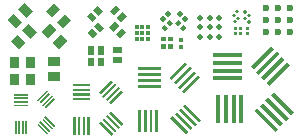
<source format=gbr>
G04 start of page 2 for group 0 idx 0 *
G04 Title: (unknown), top *
G04 Creator: pcb 20110918 *
G04 CreationDate: Mon 17 Dec 2012 05:58:43 AM GMT UTC *
G04 For: pmonta *
G04 Format: Gerber/RS-274X *
G04 PCB-Dimensions: 100000 50000 *
G04 PCB-Coordinate-Origin: lower left *
%MOIN*%
%FSLAX25Y25*%
%LNTOP*%
%ADD19C,0.0118*%
%ADD18C,0.0236*%
%ADD17C,0.0197*%
%ADD16C,0.0158*%
%ADD15R,0.0098X0.0098*%
%ADD14R,0.0197X0.0197*%
%ADD13R,0.0157X0.0157*%
%ADD12R,0.0295X0.0295*%
%ADD11C,0.0001*%
G54D11*G36*
X45669Y5512D02*Y12992D01*
X46654D01*
Y5512D01*
X45669D01*
G37*
G36*
X47638D02*Y12992D01*
X48622D01*
Y5512D01*
X47638D01*
G37*
G36*
X32748Y18782D02*X36924Y22958D01*
X37481Y22401D01*
X33305Y18226D01*
X32748Y18782D01*
G37*
G36*
X36926Y4402D02*X32751Y8577D01*
X33307Y9134D01*
X37483Y4958D01*
X36926Y4402D01*
G37*
G36*
X38040Y5515D02*X33864Y9691D01*
X34421Y10248D01*
X38597Y6072D01*
X38040Y5515D01*
G37*
G36*
X39153Y6629D02*X34978Y10805D01*
X35534Y11361D01*
X39710Y7186D01*
X39153Y6629D01*
G37*
G36*
X40267Y7742D02*X36091Y11918D01*
X36648Y12475D01*
X40824Y8299D01*
X40267Y7742D01*
G37*
G36*
X33862Y17669D02*X38037Y21845D01*
X38594Y21288D01*
X34418Y17112D01*
X33862Y17669D01*
G37*
G36*
X34975Y16555D02*X39151Y20731D01*
X39708Y20174D01*
X35532Y15998D01*
X34975Y16555D01*
G37*
G36*
X36089Y15442D02*X40265Y19617D01*
X40821Y19061D01*
X36646Y14885D01*
X36089Y15442D01*
G37*
G36*
X56285Y23564D02*X61574Y28854D01*
X62270Y28158D01*
X56980Y22868D01*
X56285Y23564D01*
G37*
G36*
X57676Y22172D02*X62966Y27462D01*
X63662Y26766D01*
X58372Y21476D01*
X57676Y22172D01*
G37*
G36*
X59068Y20781D02*X64358Y26070D01*
X65054Y25374D01*
X59764Y20085D01*
X59068Y20781D01*
G37*
G36*
X45866Y27165D02*X53346D01*
Y26181D01*
X45866D01*
Y27165D01*
G37*
G36*
Y25197D02*X53346D01*
Y24213D01*
X45866D01*
Y25197D01*
G37*
G36*
Y23228D02*X53346D01*
Y22244D01*
X45866D01*
Y23228D01*
G37*
G36*
Y21260D02*X53346D01*
Y20276D01*
X45866D01*
Y21260D01*
G37*
G36*
X60460Y19389D02*X65750Y24678D01*
X66446Y23982D01*
X61156Y18693D01*
X60460Y19389D01*
G37*
G36*
X49606Y5512D02*Y12992D01*
X50591D01*
Y5512D01*
X49606D01*
G37*
G36*
X51575D02*Y12992D01*
X52559D01*
Y5512D01*
X51575D01*
G37*
G36*
X61869Y4907D02*X56579Y10196D01*
X57275Y10892D01*
X62565Y5603D01*
X61869Y4907D01*
G37*
G36*
X63261Y6299D02*X57971Y11588D01*
X58667Y12284D01*
X63957Y6994D01*
X63261Y6299D01*
G37*
G36*
X64653Y7690D02*X59363Y12980D01*
X60059Y13676D01*
X65349Y8386D01*
X64653Y7690D01*
G37*
G36*
X66044Y9082D02*X60755Y14372D01*
X61451Y15068D01*
X66740Y9778D01*
X66044Y9082D01*
G37*
G36*
X71850Y8465D02*Y18110D01*
X73228D01*
Y8465D01*
X71850D01*
G37*
G36*
X24016Y21654D02*X29921D01*
Y20866D01*
X24016D01*
Y21654D01*
G37*
G36*
Y20079D02*X29921D01*
Y19291D01*
X24016D01*
Y20079D01*
G37*
G36*
Y18504D02*X29921D01*
Y17717D01*
X24016D01*
Y18504D01*
G37*
G36*
Y16929D02*X29921D01*
Y16142D01*
X24016D01*
Y16929D01*
G37*
G36*
X24213Y4724D02*Y10630D01*
X25000D01*
Y4724D01*
X24213D01*
G37*
G36*
X25787D02*Y10630D01*
X26575D01*
Y4724D01*
X25787D01*
G37*
G36*
X27362D02*Y10630D01*
X28150D01*
Y4724D01*
X27362D01*
G37*
G36*
X28937D02*Y10630D01*
X29724D01*
Y4724D01*
X28937D01*
G37*
G36*
X4528Y18307D02*X9055D01*
Y17717D01*
X4528D01*
Y18307D01*
G37*
G36*
Y17126D02*X9055D01*
Y16535D01*
X4528D01*
Y17126D01*
G37*
G36*
Y15945D02*X9055D01*
Y15354D01*
X4528D01*
Y15945D01*
G37*
G36*
Y14764D02*X9055D01*
Y14173D01*
X4528D01*
Y14764D01*
G37*
G36*
X12083Y16396D02*X15284Y19598D01*
X15702Y19180D01*
X12500Y15979D01*
X12083Y16396D01*
G37*
G36*
X12918Y15561D02*X16120Y18763D01*
X16537Y18345D01*
X13336Y15143D01*
X12918Y15561D01*
G37*
G36*
X13753Y14726D02*X16955Y17927D01*
X17372Y17510D01*
X14171Y14308D01*
X13753Y14726D01*
G37*
G36*
X14588Y13891D02*X17790Y17092D01*
X18207Y16675D01*
X15006Y13473D01*
X14588Y13891D01*
G37*
G36*
X4724Y4921D02*Y9449D01*
X5315D01*
Y4921D01*
X4724D01*
G37*
G36*
X5906D02*Y9449D01*
X6496D01*
Y4921D01*
X5906D01*
G37*
G36*
X7087D02*Y9449D01*
X7677D01*
Y4921D01*
X7087D01*
G37*
G36*
X8268D02*Y9449D01*
X8858D01*
Y4921D01*
X8268D01*
G37*
G36*
X15297Y4799D02*X12095Y8001D01*
X12513Y8419D01*
X15714Y5217D01*
X15297Y4799D01*
G37*
G36*
X16132Y5635D02*X12930Y8836D01*
X13348Y9254D01*
X16549Y6052D01*
X16132Y5635D01*
G37*
G36*
X16967Y6470D02*X13766Y9671D01*
X14183Y10089D01*
X17385Y6887D01*
X16967Y6470D01*
G37*
G36*
X17802Y7305D02*X14601Y10506D01*
X15018Y10924D01*
X18220Y7723D01*
X17802Y7305D01*
G37*
G36*
X70866Y31890D02*X80512D01*
Y30512D01*
X70866D01*
Y31890D01*
G37*
G36*
X83318Y27454D02*X90139Y34274D01*
X91113Y33300D01*
X84293Y26479D01*
X83318Y27454D01*
G37*
G36*
X85128Y25644D02*X91948Y32465D01*
X92923Y31490D01*
X86102Y24670D01*
X85128Y25644D01*
G37*
G36*
X86937Y23835D02*X93758Y30655D01*
X94732Y29681D01*
X87912Y22860D01*
X86937Y23835D01*
G37*
G36*
X88747Y22025D02*X95567Y28846D01*
X96542Y27871D01*
X89721Y21051D01*
X88747Y22025D01*
G37*
G36*
X70866Y29331D02*X80512D01*
Y27953D01*
X70866D01*
Y29331D01*
G37*
G36*
Y26772D02*X80512D01*
Y25394D01*
X70866D01*
Y26772D01*
G37*
G36*
Y24213D02*X80512D01*
Y22835D01*
X70866D01*
Y24213D01*
G37*
G36*
X74409Y8465D02*Y18110D01*
X75787D01*
Y8465D01*
X74409D01*
G37*
G36*
X76968D02*Y18110D01*
X78346D01*
Y8465D01*
X76968D01*
G37*
G36*
X79528D02*Y18110D01*
X80906D01*
Y8465D01*
X79528D01*
G37*
G36*
X91444Y5759D02*X84623Y12580D01*
X85598Y13554D01*
X92418Y6733D01*
X91444Y5759D01*
G37*
G36*
X93254Y7569D02*X86433Y14389D01*
X87407Y15364D01*
X94228Y8543D01*
X93254Y7569D01*
G37*
G36*
X95063Y9378D02*X88243Y16199D01*
X89217Y17173D01*
X96037Y10353D01*
X95063Y9378D01*
G37*
G36*
X96873Y11188D02*X90052Y18008D01*
X91026Y18983D01*
X97847Y12162D01*
X96873Y11188D01*
G37*
G54D12*X4722Y29292D02*Y28308D01*
X9840Y29292D02*Y28308D01*
X4722Y23592D02*Y22608D01*
X9840Y23592D02*Y22608D01*
G54D11*G36*
X4259Y45013D02*X7041Y42231D01*
X4954Y40144D01*
X2172Y42926D01*
X4259Y45013D01*
G37*
G36*
X5556Y38016D02*X8338Y35234D01*
X6251Y33147D01*
X3469Y35929D01*
X5556Y38016D01*
G37*
G36*
X7878Y48632D02*X10660Y45850D01*
X8573Y43763D01*
X5791Y46545D01*
X7878Y48632D01*
G37*
G36*
X9175Y41635D02*X11957Y38853D01*
X9870Y36766D01*
X7088Y39548D01*
X9175Y41635D01*
G37*
G36*
X13822Y39030D02*X16604Y41812D01*
X18691Y39725D01*
X15909Y36943D01*
X13822Y39030D01*
G37*
G36*
X15016Y45833D02*X17798Y48615D01*
X19885Y46528D01*
X17103Y43746D01*
X15016Y45833D01*
G37*
G36*
X18635Y42214D02*X21417Y44996D01*
X23504Y42909D01*
X20722Y40127D01*
X18635Y42214D01*
G37*
G36*
X17441Y35411D02*X20223Y38193D01*
X22310Y36106D01*
X19528Y33324D01*
X17441Y35411D01*
G37*
G54D12*X17225Y24016D02*X18209D01*
X17225Y29134D02*X18209D01*
G54D11*G36*
X53528Y40246D02*X54642Y41360D01*
X55755Y40247D01*
X54641Y39133D01*
X53528Y40246D01*
G37*
G36*
X53081Y43428D02*X54195Y44542D01*
X55308Y43429D01*
X54194Y42315D01*
X53081Y43428D01*
G37*
G54D13*X54331Y36614D02*X54332D01*
X56692D02*X56693D01*
X54251Y34114D02*X54252D01*
X56612D02*X56613D01*
G54D11*G36*
X55197Y41915D02*X56311Y43029D01*
X57424Y41916D01*
X56310Y40802D01*
X55197Y41915D01*
G37*
G36*
X54750Y45097D02*X55864Y46211D01*
X56977Y45098D01*
X55863Y43984D01*
X54750Y45097D01*
G37*
G36*
X59254Y43029D02*X60368Y41915D01*
X59255Y40802D01*
X58141Y41916D01*
X59254Y43029D01*
G37*
G36*
X60923Y41360D02*X62037Y40246D01*
X60924Y39133D01*
X59810Y40247D01*
X60923Y41360D01*
G37*
G36*
X59922Y46173D02*X61036Y45059D01*
X59923Y43946D01*
X58809Y45060D01*
X59922Y46173D01*
G37*
G36*
X61591Y44504D02*X62705Y43390D01*
X61592Y42277D01*
X60478Y43391D01*
X61591Y44504D01*
G37*
G54D13*X60132Y33953D02*Y33952D01*
Y36314D02*Y36313D01*
G54D11*G36*
X36391Y45914D02*X38338Y47862D01*
X39730Y46470D01*
X37782Y44522D01*
X36391Y45914D01*
G37*
G36*
X38617Y43688D02*X40564Y45636D01*
X41956Y44244D01*
X40008Y42296D01*
X38617Y43688D01*
G37*
G36*
X36163Y40509D02*X38110Y42457D01*
X39502Y41065D01*
X37554Y39117D01*
X36163Y40509D01*
G37*
G36*
X38389Y38283D02*X40336Y40231D01*
X41728Y38839D01*
X39780Y36891D01*
X38389Y38283D01*
G37*
G36*
X30363Y40160D02*X32311Y38212D01*
X30919Y36820D01*
X28972Y38768D01*
X30363Y40160D01*
G37*
G36*
X32589Y42386D02*X34537Y40438D01*
X33145Y39046D01*
X31198Y40994D01*
X32589Y42386D01*
G37*
G36*
X30000Y45558D02*X31948Y43610D01*
X30556Y42218D01*
X28609Y44166D01*
X30000Y45558D01*
G37*
G36*
X32226Y47784D02*X34174Y45836D01*
X32782Y44444D01*
X30835Y46392D01*
X32226Y47784D01*
G37*
G54D14*X30180Y29299D02*Y28513D01*
X33328Y29299D02*Y28513D01*
X38583Y29726D02*X39369D01*
X38583Y32874D02*X39369D01*
X30180Y33202D02*Y32416D01*
X33328Y33202D02*Y32416D01*
G54D11*G36*
X80805Y43544D02*X81528Y44267D01*
X82224Y43571D01*
X81501Y42849D01*
X80805Y43544D01*
G37*
G36*
X78030Y43296D02*X78753Y42573D01*
X78057Y41878D01*
X77334Y42600D01*
X78030Y43296D01*
G37*
G36*
X79171Y44437D02*X79894Y43714D01*
X79198Y43019D01*
X78475Y43741D01*
X79171Y44437D01*
G37*
G36*
X77701Y45425D02*X78424Y44702D01*
X77728Y44007D01*
X77005Y44729D01*
X77701Y45425D01*
G37*
G36*
X78842Y46566D02*X79565Y45843D01*
X78869Y45148D01*
X78146Y45870D01*
X78842Y46566D01*
G37*
G36*
X81946Y42403D02*X82669Y43126D01*
X83365Y42430D01*
X82642Y41708D01*
X81946Y42403D01*
G37*
G36*
X82004Y44602D02*X82727Y45325D01*
X83423Y44629D01*
X82700Y43907D01*
X82004Y44602D01*
G37*
G36*
X80863Y45743D02*X81586Y46466D01*
X82282Y45770D01*
X81559Y45048D01*
X80863Y45743D01*
G37*
G54D15*X78207Y38376D02*Y38338D01*
X79821Y38376D02*Y38338D01*
X82295Y38543D02*X82333D01*
X82295Y40157D02*X82333D01*
X78307Y40176D02*Y40138D01*
X79921Y40176D02*Y40138D01*
G54D16*X45276Y40551D03*
Y36614D03*
Y38583D03*
X47244Y40551D03*
X49213D03*
Y38583D03*
Y36614D03*
X47244Y38583D03*
Y36614D03*
G54D17*X66535Y43701D03*
X69685D03*
X72835D03*
X69685Y40551D03*
Y37402D03*
X72835D03*
Y40551D03*
X66535D03*
Y37402D03*
G54D18*X88583Y46850D03*
X92520D03*
Y42913D03*
X88583D03*
X96457Y46850D03*
Y42913D03*
X88583Y38976D03*
X92520D03*
X96457D03*
G54D19*M02*

</source>
